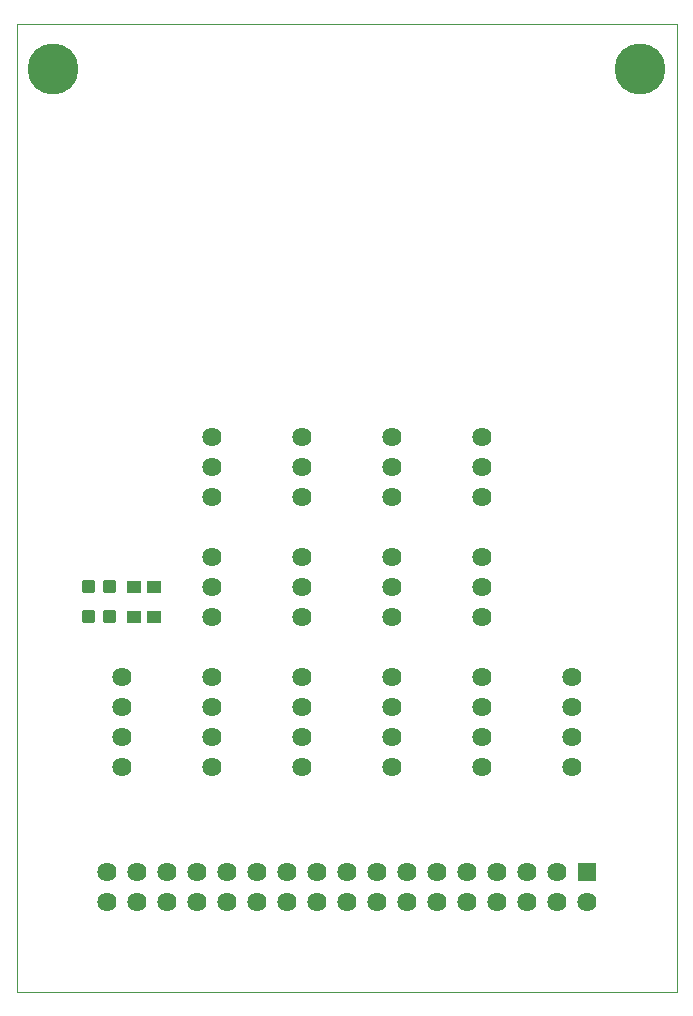
<source format=gts>
G75*
%MOIN*%
%OFA0B0*%
%FSLAX24Y24*%
%IPPOS*%
%LPD*%
%AMOC8*
5,1,8,0,0,1.08239X$1,22.5*
%
%ADD10C,0.0000*%
%ADD11C,0.0640*%
%ADD12R,0.0640X0.0640*%
%ADD13C,0.0130*%
%ADD14R,0.0473X0.0434*%
%ADD15C,0.1700*%
D10*
X000100Y000100D02*
X000100Y032350D01*
X022100Y032350D01*
X022100Y000100D01*
X000100Y000100D01*
D11*
X003100Y003100D03*
X003100Y004100D03*
X004100Y004100D03*
X004100Y003100D03*
X005100Y003100D03*
X005100Y004100D03*
X006100Y004100D03*
X006100Y003100D03*
X007100Y003100D03*
X007100Y004100D03*
X008100Y004100D03*
X008100Y003100D03*
X009100Y003100D03*
X009100Y004100D03*
X010100Y004100D03*
X010100Y003100D03*
X011100Y003100D03*
X011100Y004100D03*
X012100Y004100D03*
X012100Y003100D03*
X013100Y003100D03*
X013100Y004100D03*
X014100Y004100D03*
X014100Y003100D03*
X015100Y003100D03*
X015100Y004100D03*
X016100Y004100D03*
X016100Y003100D03*
X017100Y003100D03*
X017100Y004100D03*
X018100Y004100D03*
X018100Y003100D03*
X019100Y003100D03*
X018600Y007600D03*
X018600Y008600D03*
X018600Y009600D03*
X018600Y010600D03*
X015600Y010600D03*
X015600Y009600D03*
X015600Y008600D03*
X015600Y007600D03*
X012600Y007600D03*
X012600Y008600D03*
X012600Y009600D03*
X012600Y010600D03*
X012600Y012600D03*
X012600Y013600D03*
X012600Y014600D03*
X012600Y016600D03*
X012600Y017600D03*
X012600Y018600D03*
X009600Y018600D03*
X009600Y017600D03*
X009600Y016600D03*
X009600Y014600D03*
X009600Y013600D03*
X009600Y012600D03*
X009600Y010600D03*
X009600Y009600D03*
X009600Y008600D03*
X009600Y007600D03*
X006600Y007600D03*
X006600Y008600D03*
X006600Y009600D03*
X006600Y010600D03*
X006600Y012600D03*
X006600Y013600D03*
X006600Y014600D03*
X006600Y016600D03*
X006600Y017600D03*
X006600Y018600D03*
X003600Y010600D03*
X003600Y009600D03*
X003600Y008600D03*
X003600Y007600D03*
X015600Y012600D03*
X015600Y013600D03*
X015600Y014600D03*
X015600Y016600D03*
X015600Y017600D03*
X015600Y018600D03*
D12*
X019100Y004100D03*
D13*
X003347Y012448D02*
X003347Y012752D01*
X003347Y012448D02*
X003043Y012448D01*
X003043Y012752D01*
X003347Y012752D01*
X003347Y012577D02*
X003043Y012577D01*
X003043Y012706D02*
X003347Y012706D01*
X003347Y013448D02*
X003347Y013752D01*
X003347Y013448D02*
X003043Y013448D01*
X003043Y013752D01*
X003347Y013752D01*
X003347Y013577D02*
X003043Y013577D01*
X003043Y013706D02*
X003347Y013706D01*
X002657Y013752D02*
X002657Y013448D01*
X002353Y013448D01*
X002353Y013752D01*
X002657Y013752D01*
X002657Y013577D02*
X002353Y013577D01*
X002353Y013706D02*
X002657Y013706D01*
X002657Y012752D02*
X002657Y012448D01*
X002353Y012448D01*
X002353Y012752D01*
X002657Y012752D01*
X002657Y012577D02*
X002353Y012577D01*
X002353Y012706D02*
X002657Y012706D01*
D14*
X004015Y012600D03*
X004685Y012600D03*
X004685Y013600D03*
X004015Y013600D03*
D15*
X001330Y030875D03*
X020870Y030875D03*
M02*

</source>
